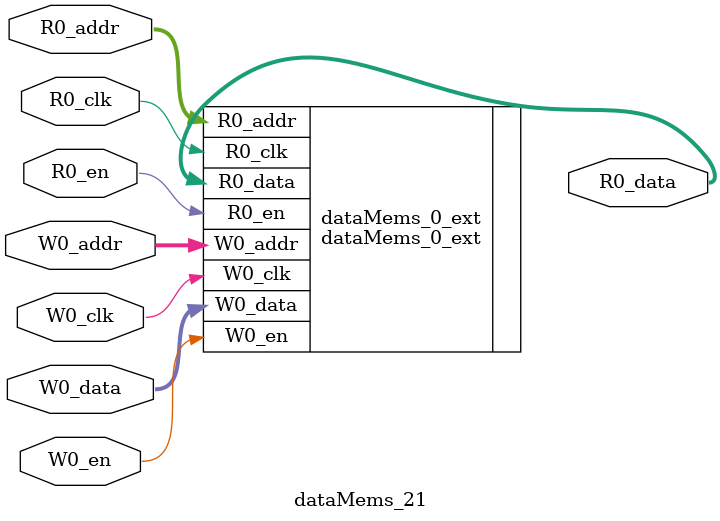
<source format=sv>
`ifndef RANDOMIZE
  `ifdef RANDOMIZE_REG_INIT
    `define RANDOMIZE
  `endif // RANDOMIZE_REG_INIT
`endif // not def RANDOMIZE
`ifndef RANDOMIZE
  `ifdef RANDOMIZE_MEM_INIT
    `define RANDOMIZE
  `endif // RANDOMIZE_MEM_INIT
`endif // not def RANDOMIZE

`ifndef RANDOM
  `define RANDOM $random
`endif // not def RANDOM

// Users can define 'PRINTF_COND' to add an extra gate to prints.
`ifndef PRINTF_COND_
  `ifdef PRINTF_COND
    `define PRINTF_COND_ (`PRINTF_COND)
  `else  // PRINTF_COND
    `define PRINTF_COND_ 1
  `endif // PRINTF_COND
`endif // not def PRINTF_COND_

// Users can define 'ASSERT_VERBOSE_COND' to add an extra gate to assert error printing.
`ifndef ASSERT_VERBOSE_COND_
  `ifdef ASSERT_VERBOSE_COND
    `define ASSERT_VERBOSE_COND_ (`ASSERT_VERBOSE_COND)
  `else  // ASSERT_VERBOSE_COND
    `define ASSERT_VERBOSE_COND_ 1
  `endif // ASSERT_VERBOSE_COND
`endif // not def ASSERT_VERBOSE_COND_

// Users can define 'STOP_COND' to add an extra gate to stop conditions.
`ifndef STOP_COND_
  `ifdef STOP_COND
    `define STOP_COND_ (`STOP_COND)
  `else  // STOP_COND
    `define STOP_COND_ 1
  `endif // STOP_COND
`endif // not def STOP_COND_

// Users can define INIT_RANDOM as general code that gets injected into the
// initializer block for modules with registers.
`ifndef INIT_RANDOM
  `define INIT_RANDOM
`endif // not def INIT_RANDOM

// If using random initialization, you can also define RANDOMIZE_DELAY to
// customize the delay used, otherwise 0.002 is used.
`ifndef RANDOMIZE_DELAY
  `define RANDOMIZE_DELAY 0.002
`endif // not def RANDOMIZE_DELAY

// Define INIT_RANDOM_PROLOG_ for use in our modules below.
`ifndef INIT_RANDOM_PROLOG_
  `ifdef RANDOMIZE
    `ifdef VERILATOR
      `define INIT_RANDOM_PROLOG_ `INIT_RANDOM
    `else  // VERILATOR
      `define INIT_RANDOM_PROLOG_ `INIT_RANDOM #`RANDOMIZE_DELAY begin end
    `endif // VERILATOR
  `else  // RANDOMIZE
    `define INIT_RANDOM_PROLOG_
  `endif // RANDOMIZE
`endif // not def INIT_RANDOM_PROLOG_

// Include register initializers in init blocks unless synthesis is set
`ifndef SYNTHESIS
  `ifndef ENABLE_INITIAL_REG_
    `define ENABLE_INITIAL_REG_
  `endif // not def ENABLE_INITIAL_REG_
`endif // not def SYNTHESIS

// Include rmemory initializers in init blocks unless synthesis is set
`ifndef SYNTHESIS
  `ifndef ENABLE_INITIAL_MEM_
    `define ENABLE_INITIAL_MEM_
  `endif // not def ENABLE_INITIAL_MEM_
`endif // not def SYNTHESIS

module dataMems_21(	// @[generators/ara/src/main/scala/UnsafeAXI4ToTL.scala:365:62]
  input  [4:0]  R0_addr,
  input         R0_en,
  input         R0_clk,
  output [66:0] R0_data,
  input  [4:0]  W0_addr,
  input         W0_en,
  input         W0_clk,
  input  [66:0] W0_data
);

  dataMems_0_ext dataMems_0_ext (	// @[generators/ara/src/main/scala/UnsafeAXI4ToTL.scala:365:62]
    .R0_addr (R0_addr),
    .R0_en   (R0_en),
    .R0_clk  (R0_clk),
    .R0_data (R0_data),
    .W0_addr (W0_addr),
    .W0_en   (W0_en),
    .W0_clk  (W0_clk),
    .W0_data (W0_data)
  );
endmodule


</source>
